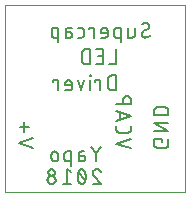
<source format=gbo>
G75*
%MOIN*%
%OFA0B0*%
%FSLAX25Y25*%
%IPPOS*%
%LPD*%
%AMOC8*
5,1,8,0,0,1.08239X$1,22.5*
%
%ADD10C,0.00000*%
%ADD11C,0.00700*%
D10*
X0001564Y0001300D02*
X0001564Y0063800D01*
X0061564Y0063800D01*
X0061564Y0001300D01*
X0001564Y0001300D01*
D11*
X0006314Y0017691D02*
X0011214Y0016057D01*
X0011214Y0019324D02*
X0006314Y0017691D01*
X0008220Y0021433D02*
X0008220Y0024700D01*
X0009853Y0023067D02*
X0006586Y0023067D01*
X0017216Y0013828D02*
X0017216Y0012739D01*
X0017218Y0012674D01*
X0017224Y0012610D01*
X0017233Y0012546D01*
X0017246Y0012483D01*
X0017263Y0012421D01*
X0017284Y0012360D01*
X0017308Y0012300D01*
X0017336Y0012242D01*
X0017367Y0012185D01*
X0017402Y0012131D01*
X0017439Y0012078D01*
X0017480Y0012028D01*
X0017524Y0011980D01*
X0017570Y0011935D01*
X0017619Y0011893D01*
X0017670Y0011854D01*
X0017724Y0011818D01*
X0017779Y0011785D01*
X0017837Y0011756D01*
X0017896Y0011730D01*
X0017956Y0011707D01*
X0018018Y0011689D01*
X0018081Y0011673D01*
X0018144Y0011662D01*
X0018208Y0011654D01*
X0018273Y0011650D01*
X0018337Y0011650D01*
X0018402Y0011654D01*
X0018466Y0011662D01*
X0018529Y0011673D01*
X0018592Y0011689D01*
X0018654Y0011707D01*
X0018714Y0011730D01*
X0018773Y0011756D01*
X0018831Y0011785D01*
X0018886Y0011818D01*
X0018940Y0011854D01*
X0018991Y0011893D01*
X0019040Y0011935D01*
X0019086Y0011980D01*
X0019130Y0012028D01*
X0019171Y0012078D01*
X0019208Y0012131D01*
X0019243Y0012185D01*
X0019274Y0012242D01*
X0019302Y0012300D01*
X0019326Y0012360D01*
X0019347Y0012421D01*
X0019364Y0012483D01*
X0019377Y0012546D01*
X0019386Y0012610D01*
X0019392Y0012674D01*
X0019394Y0012739D01*
X0019394Y0013828D01*
X0019392Y0013893D01*
X0019386Y0013957D01*
X0019377Y0014021D01*
X0019364Y0014084D01*
X0019347Y0014146D01*
X0019326Y0014207D01*
X0019302Y0014267D01*
X0019274Y0014325D01*
X0019243Y0014382D01*
X0019208Y0014436D01*
X0019171Y0014489D01*
X0019130Y0014539D01*
X0019086Y0014587D01*
X0019040Y0014632D01*
X0018991Y0014674D01*
X0018940Y0014713D01*
X0018886Y0014749D01*
X0018831Y0014782D01*
X0018773Y0014811D01*
X0018714Y0014837D01*
X0018654Y0014860D01*
X0018592Y0014878D01*
X0018529Y0014894D01*
X0018466Y0014905D01*
X0018402Y0014913D01*
X0018337Y0014917D01*
X0018273Y0014917D01*
X0018208Y0014913D01*
X0018144Y0014905D01*
X0018081Y0014894D01*
X0018018Y0014878D01*
X0017956Y0014860D01*
X0017896Y0014837D01*
X0017837Y0014811D01*
X0017779Y0014782D01*
X0017724Y0014749D01*
X0017670Y0014713D01*
X0017619Y0014674D01*
X0017570Y0014632D01*
X0017524Y0014587D01*
X0017480Y0014539D01*
X0017439Y0014489D01*
X0017402Y0014436D01*
X0017367Y0014382D01*
X0017336Y0014325D01*
X0017308Y0014267D01*
X0017284Y0014207D01*
X0017263Y0014146D01*
X0017246Y0014084D01*
X0017233Y0014021D01*
X0017224Y0013957D01*
X0017218Y0013893D01*
X0017216Y0013828D01*
X0021551Y0014100D02*
X0021551Y0012467D01*
X0021550Y0012467D02*
X0021552Y0012411D01*
X0021558Y0012356D01*
X0021567Y0012301D01*
X0021580Y0012247D01*
X0021597Y0012193D01*
X0021618Y0012142D01*
X0021642Y0012091D01*
X0021669Y0012042D01*
X0021700Y0011996D01*
X0021733Y0011951D01*
X0021770Y0011909D01*
X0021809Y0011870D01*
X0021851Y0011833D01*
X0021896Y0011800D01*
X0021942Y0011769D01*
X0021991Y0011742D01*
X0022042Y0011718D01*
X0022093Y0011697D01*
X0022147Y0011680D01*
X0022201Y0011667D01*
X0022256Y0011658D01*
X0022311Y0011652D01*
X0022367Y0011650D01*
X0023728Y0011650D01*
X0023728Y0010017D02*
X0023728Y0014917D01*
X0022367Y0014917D01*
X0022311Y0014915D01*
X0022256Y0014909D01*
X0022201Y0014900D01*
X0022147Y0014887D01*
X0022093Y0014870D01*
X0022042Y0014849D01*
X0021991Y0014825D01*
X0021942Y0014798D01*
X0021896Y0014767D01*
X0021851Y0014734D01*
X0021809Y0014697D01*
X0021770Y0014658D01*
X0021733Y0014616D01*
X0021700Y0014571D01*
X0021669Y0014525D01*
X0021642Y0014476D01*
X0021618Y0014425D01*
X0021597Y0014374D01*
X0021580Y0014320D01*
X0021567Y0014266D01*
X0021558Y0014211D01*
X0021552Y0014156D01*
X0021550Y0014100D01*
X0026321Y0014100D02*
X0026321Y0011650D01*
X0027546Y0011650D01*
X0027606Y0011652D01*
X0027665Y0011658D01*
X0027725Y0011667D01*
X0027783Y0011680D01*
X0027840Y0011697D01*
X0027897Y0011717D01*
X0027952Y0011741D01*
X0028005Y0011768D01*
X0028057Y0011798D01*
X0028106Y0011832D01*
X0028153Y0011869D01*
X0028198Y0011908D01*
X0028241Y0011951D01*
X0028280Y0011996D01*
X0028317Y0012043D01*
X0028351Y0012092D01*
X0028381Y0012144D01*
X0028408Y0012197D01*
X0028432Y0012252D01*
X0028452Y0012309D01*
X0028469Y0012366D01*
X0028482Y0012424D01*
X0028491Y0012484D01*
X0028497Y0012543D01*
X0028499Y0012603D01*
X0028497Y0012663D01*
X0028491Y0012722D01*
X0028482Y0012782D01*
X0028469Y0012840D01*
X0028452Y0012897D01*
X0028432Y0012954D01*
X0028408Y0013009D01*
X0028381Y0013062D01*
X0028351Y0013114D01*
X0028317Y0013163D01*
X0028280Y0013210D01*
X0028241Y0013255D01*
X0028198Y0013298D01*
X0028153Y0013337D01*
X0028106Y0013374D01*
X0028057Y0013408D01*
X0028005Y0013438D01*
X0027952Y0013465D01*
X0027897Y0013489D01*
X0027840Y0013509D01*
X0027783Y0013526D01*
X0027725Y0013539D01*
X0027665Y0013548D01*
X0027606Y0013554D01*
X0027546Y0013556D01*
X0026321Y0013556D01*
X0026321Y0014100D02*
X0026323Y0014156D01*
X0026329Y0014211D01*
X0026338Y0014266D01*
X0026351Y0014320D01*
X0026368Y0014374D01*
X0026389Y0014425D01*
X0026413Y0014476D01*
X0026440Y0014525D01*
X0026471Y0014571D01*
X0026504Y0014616D01*
X0026541Y0014658D01*
X0026580Y0014697D01*
X0026622Y0014734D01*
X0026667Y0014767D01*
X0026713Y0014798D01*
X0026762Y0014825D01*
X0026813Y0014849D01*
X0026864Y0014870D01*
X0026918Y0014887D01*
X0026972Y0014900D01*
X0027027Y0014909D01*
X0027082Y0014915D01*
X0027138Y0014917D01*
X0028227Y0014917D01*
X0030447Y0016550D02*
X0032081Y0014236D01*
X0032081Y0011650D01*
X0032081Y0014236D02*
X0033714Y0016550D01*
X0038814Y0017545D02*
X0043714Y0019179D01*
X0042625Y0021205D02*
X0039903Y0021205D01*
X0039840Y0021207D01*
X0039777Y0021212D01*
X0039714Y0021222D01*
X0039652Y0021234D01*
X0039591Y0021251D01*
X0039531Y0021271D01*
X0039472Y0021294D01*
X0039414Y0021321D01*
X0039359Y0021351D01*
X0039305Y0021384D01*
X0039253Y0021420D01*
X0039203Y0021460D01*
X0039156Y0021502D01*
X0039111Y0021547D01*
X0039069Y0021594D01*
X0039029Y0021644D01*
X0038993Y0021696D01*
X0038960Y0021750D01*
X0038930Y0021805D01*
X0038903Y0021863D01*
X0038880Y0021922D01*
X0038860Y0021982D01*
X0038843Y0022043D01*
X0038831Y0022105D01*
X0038821Y0022168D01*
X0038816Y0022231D01*
X0038814Y0022294D01*
X0038814Y0023383D01*
X0038814Y0025152D02*
X0043714Y0026785D01*
X0038814Y0028419D01*
X0040039Y0028010D02*
X0040039Y0025560D01*
X0043714Y0022294D02*
X0043712Y0022228D01*
X0043706Y0022163D01*
X0043696Y0022098D01*
X0043682Y0022033D01*
X0043665Y0021970D01*
X0043643Y0021908D01*
X0043618Y0021847D01*
X0043589Y0021788D01*
X0043557Y0021731D01*
X0043521Y0021675D01*
X0043482Y0021622D01*
X0043440Y0021572D01*
X0043395Y0021524D01*
X0043347Y0021479D01*
X0043297Y0021437D01*
X0043244Y0021398D01*
X0043188Y0021362D01*
X0043131Y0021330D01*
X0043072Y0021301D01*
X0043011Y0021276D01*
X0042949Y0021254D01*
X0042886Y0021237D01*
X0042821Y0021223D01*
X0042756Y0021213D01*
X0042691Y0021207D01*
X0042625Y0021205D01*
X0043714Y0022294D02*
X0043714Y0023383D01*
X0043714Y0015912D02*
X0038814Y0017545D01*
X0030991Y0007825D02*
X0030993Y0007754D01*
X0030999Y0007683D01*
X0031008Y0007613D01*
X0031022Y0007543D01*
X0031039Y0007474D01*
X0031059Y0007406D01*
X0031084Y0007339D01*
X0031112Y0007274D01*
X0031143Y0007210D01*
X0031178Y0007149D01*
X0031216Y0007089D01*
X0031258Y0007031D01*
X0031302Y0006975D01*
X0031349Y0006922D01*
X0031399Y0006872D01*
X0031400Y0006872D02*
X0033714Y0004150D01*
X0030992Y0004150D01*
X0026360Y0004831D02*
X0026309Y0004941D01*
X0026260Y0005053D01*
X0026215Y0005167D01*
X0026173Y0005281D01*
X0026135Y0005397D01*
X0026101Y0005515D01*
X0026070Y0005633D01*
X0026042Y0005752D01*
X0026018Y0005871D01*
X0025998Y0005992D01*
X0025982Y0006113D01*
X0025969Y0006234D01*
X0025959Y0006356D01*
X0025954Y0006478D01*
X0025952Y0006600D01*
X0028674Y0006600D02*
X0028672Y0006722D01*
X0028667Y0006844D01*
X0028657Y0006966D01*
X0028644Y0007087D01*
X0028628Y0007208D01*
X0028608Y0007329D01*
X0028584Y0007448D01*
X0028556Y0007567D01*
X0028525Y0007685D01*
X0028491Y0007803D01*
X0028453Y0007919D01*
X0028411Y0008033D01*
X0028366Y0008147D01*
X0028318Y0008259D01*
X0028266Y0008369D01*
X0027313Y0009050D02*
X0027251Y0009048D01*
X0027188Y0009042D01*
X0027127Y0009033D01*
X0027066Y0009019D01*
X0027006Y0009002D01*
X0026947Y0008981D01*
X0026889Y0008957D01*
X0026834Y0008929D01*
X0026780Y0008897D01*
X0026728Y0008862D01*
X0026678Y0008825D01*
X0026631Y0008784D01*
X0026586Y0008740D01*
X0026544Y0008694D01*
X0026506Y0008645D01*
X0026470Y0008593D01*
X0026437Y0008540D01*
X0026408Y0008485D01*
X0026383Y0008428D01*
X0026360Y0008370D01*
X0026224Y0007961D02*
X0028402Y0005239D01*
X0027313Y0004150D02*
X0027251Y0004152D01*
X0027188Y0004158D01*
X0027127Y0004167D01*
X0027066Y0004181D01*
X0027006Y0004198D01*
X0026947Y0004219D01*
X0026889Y0004243D01*
X0026834Y0004271D01*
X0026780Y0004303D01*
X0026728Y0004338D01*
X0026678Y0004375D01*
X0026631Y0004416D01*
X0026586Y0004460D01*
X0026544Y0004506D01*
X0026506Y0004555D01*
X0026470Y0004606D01*
X0026437Y0004660D01*
X0026408Y0004715D01*
X0026383Y0004772D01*
X0026360Y0004830D01*
X0027313Y0004150D02*
X0027375Y0004152D01*
X0027438Y0004158D01*
X0027499Y0004167D01*
X0027560Y0004181D01*
X0027620Y0004198D01*
X0027679Y0004219D01*
X0027737Y0004243D01*
X0027792Y0004271D01*
X0027846Y0004303D01*
X0027898Y0004338D01*
X0027948Y0004375D01*
X0027995Y0004416D01*
X0028040Y0004460D01*
X0028082Y0004506D01*
X0028120Y0004555D01*
X0028156Y0004606D01*
X0028189Y0004660D01*
X0028218Y0004715D01*
X0028243Y0004772D01*
X0028266Y0004830D01*
X0025952Y0006600D02*
X0025954Y0006722D01*
X0025959Y0006844D01*
X0025969Y0006966D01*
X0025982Y0007087D01*
X0025998Y0007208D01*
X0026018Y0007329D01*
X0026042Y0007448D01*
X0026070Y0007567D01*
X0026101Y0007685D01*
X0026135Y0007803D01*
X0026173Y0007919D01*
X0026215Y0008033D01*
X0026260Y0008147D01*
X0026309Y0008259D01*
X0026360Y0008369D01*
X0027313Y0009050D02*
X0027375Y0009048D01*
X0027438Y0009042D01*
X0027499Y0009033D01*
X0027560Y0009019D01*
X0027620Y0009002D01*
X0027679Y0008981D01*
X0027737Y0008957D01*
X0027792Y0008929D01*
X0027846Y0008897D01*
X0027898Y0008862D01*
X0027948Y0008825D01*
X0027995Y0008784D01*
X0028040Y0008740D01*
X0028082Y0008694D01*
X0028120Y0008645D01*
X0028156Y0008594D01*
X0028189Y0008540D01*
X0028218Y0008485D01*
X0028243Y0008428D01*
X0028266Y0008370D01*
X0028674Y0006600D02*
X0028672Y0006478D01*
X0028667Y0006356D01*
X0028657Y0006234D01*
X0028644Y0006113D01*
X0028628Y0005992D01*
X0028608Y0005871D01*
X0028584Y0005752D01*
X0028556Y0005633D01*
X0028525Y0005515D01*
X0028491Y0005397D01*
X0028453Y0005281D01*
X0028411Y0005167D01*
X0028366Y0005053D01*
X0028318Y0004941D01*
X0028266Y0004831D01*
X0023634Y0004150D02*
X0020912Y0004150D01*
X0022273Y0004150D02*
X0022273Y0009050D01*
X0023634Y0007961D01*
X0018322Y0007961D02*
X0018320Y0007896D01*
X0018314Y0007832D01*
X0018305Y0007768D01*
X0018292Y0007705D01*
X0018275Y0007643D01*
X0018254Y0007582D01*
X0018230Y0007522D01*
X0018202Y0007464D01*
X0018171Y0007407D01*
X0018136Y0007353D01*
X0018099Y0007300D01*
X0018058Y0007250D01*
X0018014Y0007202D01*
X0017968Y0007157D01*
X0017919Y0007115D01*
X0017868Y0007076D01*
X0017814Y0007040D01*
X0017759Y0007007D01*
X0017701Y0006978D01*
X0017642Y0006952D01*
X0017582Y0006929D01*
X0017520Y0006911D01*
X0017457Y0006895D01*
X0017394Y0006884D01*
X0017330Y0006876D01*
X0017265Y0006872D01*
X0017201Y0006872D01*
X0017136Y0006876D01*
X0017072Y0006884D01*
X0017009Y0006895D01*
X0016946Y0006911D01*
X0016884Y0006929D01*
X0016824Y0006952D01*
X0016765Y0006978D01*
X0016707Y0007007D01*
X0016652Y0007040D01*
X0016598Y0007076D01*
X0016547Y0007115D01*
X0016498Y0007157D01*
X0016452Y0007202D01*
X0016408Y0007250D01*
X0016367Y0007300D01*
X0016330Y0007353D01*
X0016295Y0007407D01*
X0016264Y0007464D01*
X0016236Y0007522D01*
X0016212Y0007582D01*
X0016191Y0007643D01*
X0016174Y0007705D01*
X0016161Y0007768D01*
X0016152Y0007832D01*
X0016146Y0007896D01*
X0016144Y0007961D01*
X0016146Y0008026D01*
X0016152Y0008090D01*
X0016161Y0008154D01*
X0016174Y0008217D01*
X0016191Y0008279D01*
X0016212Y0008340D01*
X0016236Y0008400D01*
X0016264Y0008458D01*
X0016295Y0008515D01*
X0016330Y0008569D01*
X0016367Y0008622D01*
X0016408Y0008672D01*
X0016452Y0008720D01*
X0016498Y0008765D01*
X0016547Y0008807D01*
X0016598Y0008846D01*
X0016652Y0008882D01*
X0016707Y0008915D01*
X0016765Y0008944D01*
X0016824Y0008970D01*
X0016884Y0008993D01*
X0016946Y0009011D01*
X0017009Y0009027D01*
X0017072Y0009038D01*
X0017136Y0009046D01*
X0017201Y0009050D01*
X0017265Y0009050D01*
X0017330Y0009046D01*
X0017394Y0009038D01*
X0017457Y0009027D01*
X0017520Y0009011D01*
X0017582Y0008993D01*
X0017642Y0008970D01*
X0017701Y0008944D01*
X0017759Y0008915D01*
X0017814Y0008882D01*
X0017868Y0008846D01*
X0017919Y0008807D01*
X0017968Y0008765D01*
X0018014Y0008720D01*
X0018058Y0008672D01*
X0018099Y0008622D01*
X0018136Y0008569D01*
X0018171Y0008515D01*
X0018202Y0008458D01*
X0018230Y0008400D01*
X0018254Y0008340D01*
X0018275Y0008279D01*
X0018292Y0008217D01*
X0018305Y0008154D01*
X0018314Y0008090D01*
X0018320Y0008026D01*
X0018322Y0007961D01*
X0018594Y0005511D02*
X0018592Y0005439D01*
X0018586Y0005366D01*
X0018577Y0005295D01*
X0018563Y0005223D01*
X0018546Y0005153D01*
X0018525Y0005084D01*
X0018501Y0005015D01*
X0018472Y0004949D01*
X0018441Y0004883D01*
X0018406Y0004820D01*
X0018367Y0004759D01*
X0018325Y0004699D01*
X0018281Y0004642D01*
X0018233Y0004588D01*
X0018182Y0004536D01*
X0018129Y0004487D01*
X0018073Y0004441D01*
X0018015Y0004397D01*
X0017955Y0004357D01*
X0017892Y0004320D01*
X0017828Y0004287D01*
X0017762Y0004257D01*
X0017695Y0004231D01*
X0017626Y0004208D01*
X0017556Y0004189D01*
X0017485Y0004174D01*
X0017414Y0004162D01*
X0017342Y0004154D01*
X0017269Y0004150D01*
X0017197Y0004150D01*
X0017124Y0004154D01*
X0017052Y0004162D01*
X0016981Y0004174D01*
X0016910Y0004189D01*
X0016840Y0004208D01*
X0016771Y0004231D01*
X0016704Y0004257D01*
X0016638Y0004287D01*
X0016574Y0004320D01*
X0016511Y0004357D01*
X0016451Y0004397D01*
X0016393Y0004441D01*
X0016337Y0004487D01*
X0016284Y0004536D01*
X0016233Y0004588D01*
X0016185Y0004642D01*
X0016141Y0004699D01*
X0016099Y0004759D01*
X0016060Y0004820D01*
X0016025Y0004883D01*
X0015994Y0004949D01*
X0015965Y0005015D01*
X0015941Y0005084D01*
X0015920Y0005153D01*
X0015903Y0005223D01*
X0015889Y0005295D01*
X0015880Y0005366D01*
X0015874Y0005439D01*
X0015872Y0005511D01*
X0015874Y0005583D01*
X0015880Y0005656D01*
X0015889Y0005727D01*
X0015903Y0005799D01*
X0015920Y0005869D01*
X0015941Y0005938D01*
X0015965Y0006007D01*
X0015994Y0006073D01*
X0016025Y0006139D01*
X0016060Y0006202D01*
X0016099Y0006263D01*
X0016141Y0006323D01*
X0016185Y0006380D01*
X0016233Y0006434D01*
X0016284Y0006486D01*
X0016337Y0006535D01*
X0016393Y0006581D01*
X0016451Y0006625D01*
X0016511Y0006665D01*
X0016574Y0006702D01*
X0016638Y0006735D01*
X0016704Y0006765D01*
X0016771Y0006791D01*
X0016840Y0006814D01*
X0016910Y0006833D01*
X0016981Y0006848D01*
X0017052Y0006860D01*
X0017124Y0006868D01*
X0017197Y0006872D01*
X0017269Y0006872D01*
X0017342Y0006868D01*
X0017414Y0006860D01*
X0017485Y0006848D01*
X0017556Y0006833D01*
X0017626Y0006814D01*
X0017695Y0006791D01*
X0017762Y0006765D01*
X0017828Y0006735D01*
X0017892Y0006702D01*
X0017955Y0006665D01*
X0018015Y0006625D01*
X0018073Y0006581D01*
X0018129Y0006535D01*
X0018182Y0006486D01*
X0018233Y0006434D01*
X0018281Y0006380D01*
X0018325Y0006323D01*
X0018367Y0006263D01*
X0018406Y0006202D01*
X0018441Y0006139D01*
X0018472Y0006073D01*
X0018501Y0006007D01*
X0018525Y0005938D01*
X0018546Y0005869D01*
X0018563Y0005799D01*
X0018577Y0005727D01*
X0018586Y0005656D01*
X0018592Y0005583D01*
X0018594Y0005511D01*
X0032217Y0009050D02*
X0032293Y0009048D01*
X0032369Y0009043D01*
X0032445Y0009033D01*
X0032520Y0009021D01*
X0032594Y0009004D01*
X0032667Y0008984D01*
X0032740Y0008961D01*
X0032811Y0008934D01*
X0032881Y0008903D01*
X0032949Y0008869D01*
X0033016Y0008832D01*
X0033080Y0008792D01*
X0033143Y0008749D01*
X0033203Y0008703D01*
X0033261Y0008654D01*
X0033317Y0008602D01*
X0033370Y0008547D01*
X0033421Y0008490D01*
X0033468Y0008431D01*
X0033513Y0008369D01*
X0033555Y0008305D01*
X0033593Y0008240D01*
X0033629Y0008172D01*
X0033661Y0008103D01*
X0033689Y0008033D01*
X0033714Y0007961D01*
X0032217Y0009050D02*
X0032148Y0009048D01*
X0032080Y0009042D01*
X0032012Y0009033D01*
X0031944Y0009019D01*
X0031878Y0009002D01*
X0031812Y0008981D01*
X0031748Y0008957D01*
X0031685Y0008929D01*
X0031624Y0008897D01*
X0031565Y0008862D01*
X0031508Y0008824D01*
X0031453Y0008783D01*
X0031401Y0008738D01*
X0031351Y0008691D01*
X0031304Y0008641D01*
X0031259Y0008589D01*
X0031218Y0008534D01*
X0031180Y0008477D01*
X0031145Y0008418D01*
X0031113Y0008357D01*
X0031085Y0008294D01*
X0031061Y0008230D01*
X0031040Y0008164D01*
X0031023Y0008098D01*
X0031009Y0008030D01*
X0031000Y0007962D01*
X0030994Y0007894D01*
X0030992Y0007825D01*
X0051314Y0017315D02*
X0051314Y0018948D01*
X0054036Y0018948D01*
X0054036Y0018131D01*
X0055125Y0016226D02*
X0055191Y0016228D01*
X0055256Y0016234D01*
X0055321Y0016244D01*
X0055386Y0016258D01*
X0055449Y0016275D01*
X0055511Y0016297D01*
X0055572Y0016322D01*
X0055631Y0016351D01*
X0055688Y0016383D01*
X0055744Y0016419D01*
X0055797Y0016458D01*
X0055847Y0016500D01*
X0055895Y0016545D01*
X0055940Y0016593D01*
X0055982Y0016643D01*
X0056021Y0016696D01*
X0056057Y0016752D01*
X0056089Y0016809D01*
X0056118Y0016868D01*
X0056143Y0016929D01*
X0056165Y0016991D01*
X0056182Y0017054D01*
X0056196Y0017119D01*
X0056206Y0017184D01*
X0056212Y0017249D01*
X0056214Y0017315D01*
X0056214Y0018948D01*
X0056214Y0021602D02*
X0051314Y0024324D01*
X0056214Y0024324D01*
X0056214Y0021602D02*
X0051314Y0021602D01*
X0051314Y0017315D02*
X0051316Y0017252D01*
X0051321Y0017189D01*
X0051331Y0017126D01*
X0051343Y0017064D01*
X0051360Y0017003D01*
X0051380Y0016943D01*
X0051403Y0016884D01*
X0051430Y0016826D01*
X0051460Y0016771D01*
X0051493Y0016717D01*
X0051529Y0016665D01*
X0051569Y0016615D01*
X0051611Y0016568D01*
X0051656Y0016523D01*
X0051703Y0016481D01*
X0051753Y0016441D01*
X0051805Y0016405D01*
X0051859Y0016372D01*
X0051914Y0016342D01*
X0051972Y0016315D01*
X0052031Y0016292D01*
X0052091Y0016272D01*
X0052152Y0016255D01*
X0052214Y0016243D01*
X0052277Y0016233D01*
X0052340Y0016228D01*
X0052403Y0016226D01*
X0055125Y0016226D01*
X0056214Y0026978D02*
X0051314Y0026978D01*
X0051314Y0028339D01*
X0051316Y0028413D01*
X0051322Y0028486D01*
X0051332Y0028559D01*
X0051346Y0028632D01*
X0051364Y0028703D01*
X0051385Y0028774D01*
X0051411Y0028843D01*
X0051440Y0028910D01*
X0051473Y0028977D01*
X0051509Y0029041D01*
X0051549Y0029103D01*
X0051592Y0029163D01*
X0051638Y0029220D01*
X0051687Y0029275D01*
X0051739Y0029327D01*
X0051794Y0029376D01*
X0051851Y0029422D01*
X0051911Y0029465D01*
X0051973Y0029505D01*
X0052037Y0029541D01*
X0052104Y0029574D01*
X0052171Y0029603D01*
X0052240Y0029629D01*
X0052311Y0029650D01*
X0052382Y0029668D01*
X0052455Y0029682D01*
X0052528Y0029692D01*
X0052601Y0029698D01*
X0052675Y0029700D01*
X0054853Y0029700D01*
X0054924Y0029698D01*
X0054995Y0029693D01*
X0055066Y0029683D01*
X0055136Y0029670D01*
X0055205Y0029654D01*
X0055274Y0029633D01*
X0055341Y0029610D01*
X0055407Y0029582D01*
X0055471Y0029552D01*
X0055533Y0029518D01*
X0055594Y0029480D01*
X0055653Y0029440D01*
X0055709Y0029397D01*
X0055764Y0029350D01*
X0055815Y0029301D01*
X0055864Y0029250D01*
X0055911Y0029196D01*
X0055954Y0029139D01*
X0055994Y0029080D01*
X0056032Y0029020D01*
X0056066Y0028957D01*
X0056096Y0028893D01*
X0056124Y0028827D01*
X0056147Y0028760D01*
X0056168Y0028691D01*
X0056184Y0028622D01*
X0056197Y0028552D01*
X0056207Y0028481D01*
X0056212Y0028410D01*
X0056214Y0028339D01*
X0056214Y0026978D01*
X0043714Y0030728D02*
X0043714Y0032089D01*
X0043712Y0032161D01*
X0043706Y0032234D01*
X0043697Y0032305D01*
X0043683Y0032377D01*
X0043666Y0032447D01*
X0043645Y0032516D01*
X0043621Y0032585D01*
X0043592Y0032651D01*
X0043561Y0032717D01*
X0043526Y0032780D01*
X0043487Y0032841D01*
X0043445Y0032901D01*
X0043401Y0032958D01*
X0043353Y0033012D01*
X0043302Y0033064D01*
X0043249Y0033113D01*
X0043193Y0033159D01*
X0043135Y0033203D01*
X0043075Y0033243D01*
X0043012Y0033280D01*
X0042948Y0033313D01*
X0042882Y0033343D01*
X0042815Y0033369D01*
X0042746Y0033392D01*
X0042676Y0033411D01*
X0042605Y0033426D01*
X0042534Y0033438D01*
X0042462Y0033446D01*
X0042389Y0033450D01*
X0042317Y0033450D01*
X0042244Y0033446D01*
X0042172Y0033438D01*
X0042101Y0033426D01*
X0042030Y0033411D01*
X0041960Y0033392D01*
X0041891Y0033369D01*
X0041824Y0033343D01*
X0041758Y0033313D01*
X0041694Y0033280D01*
X0041631Y0033243D01*
X0041571Y0033203D01*
X0041513Y0033159D01*
X0041457Y0033113D01*
X0041404Y0033064D01*
X0041353Y0033012D01*
X0041305Y0032958D01*
X0041261Y0032901D01*
X0041219Y0032841D01*
X0041180Y0032780D01*
X0041145Y0032717D01*
X0041114Y0032651D01*
X0041085Y0032585D01*
X0041061Y0032516D01*
X0041040Y0032447D01*
X0041023Y0032377D01*
X0041009Y0032305D01*
X0041000Y0032234D01*
X0040994Y0032161D01*
X0040992Y0032089D01*
X0040992Y0030728D01*
X0038814Y0030728D02*
X0043714Y0030728D01*
X0038714Y0035400D02*
X0037353Y0035400D01*
X0038714Y0035400D02*
X0038714Y0040300D01*
X0037353Y0040300D01*
X0037282Y0040298D01*
X0037211Y0040293D01*
X0037140Y0040283D01*
X0037070Y0040270D01*
X0037001Y0040254D01*
X0036932Y0040233D01*
X0036865Y0040210D01*
X0036799Y0040182D01*
X0036735Y0040152D01*
X0036673Y0040118D01*
X0036612Y0040080D01*
X0036553Y0040040D01*
X0036496Y0039997D01*
X0036442Y0039950D01*
X0036391Y0039901D01*
X0036342Y0039850D01*
X0036295Y0039796D01*
X0036252Y0039739D01*
X0036212Y0039680D01*
X0036174Y0039620D01*
X0036140Y0039557D01*
X0036110Y0039493D01*
X0036082Y0039427D01*
X0036059Y0039360D01*
X0036038Y0039291D01*
X0036022Y0039222D01*
X0036009Y0039152D01*
X0035999Y0039081D01*
X0035994Y0039010D01*
X0035992Y0038939D01*
X0035992Y0036761D01*
X0035994Y0036690D01*
X0035999Y0036619D01*
X0036009Y0036548D01*
X0036022Y0036478D01*
X0036038Y0036409D01*
X0036059Y0036340D01*
X0036082Y0036273D01*
X0036110Y0036207D01*
X0036140Y0036143D01*
X0036174Y0036081D01*
X0036212Y0036020D01*
X0036252Y0035961D01*
X0036295Y0035904D01*
X0036342Y0035850D01*
X0036391Y0035799D01*
X0036442Y0035750D01*
X0036496Y0035703D01*
X0036553Y0035660D01*
X0036612Y0035620D01*
X0036673Y0035582D01*
X0036735Y0035548D01*
X0036799Y0035518D01*
X0036865Y0035490D01*
X0036932Y0035467D01*
X0037001Y0035446D01*
X0037070Y0035430D01*
X0037140Y0035417D01*
X0037211Y0035407D01*
X0037282Y0035402D01*
X0037353Y0035400D01*
X0033364Y0035400D02*
X0033364Y0038667D01*
X0031731Y0038667D01*
X0031731Y0038122D01*
X0030265Y0040028D02*
X0029993Y0040028D01*
X0029993Y0040300D01*
X0030265Y0040300D01*
X0030265Y0040028D01*
X0030129Y0038667D02*
X0030129Y0035400D01*
X0027105Y0035400D02*
X0028194Y0038667D01*
X0026016Y0038667D02*
X0027105Y0035400D01*
X0023994Y0036217D02*
X0023994Y0037578D01*
X0023994Y0037033D02*
X0021816Y0037033D01*
X0021816Y0037578D01*
X0021818Y0037643D01*
X0021824Y0037707D01*
X0021833Y0037771D01*
X0021846Y0037834D01*
X0021863Y0037896D01*
X0021884Y0037957D01*
X0021908Y0038017D01*
X0021936Y0038075D01*
X0021967Y0038132D01*
X0022002Y0038186D01*
X0022039Y0038239D01*
X0022080Y0038289D01*
X0022124Y0038337D01*
X0022170Y0038382D01*
X0022219Y0038424D01*
X0022270Y0038463D01*
X0022324Y0038499D01*
X0022379Y0038532D01*
X0022437Y0038561D01*
X0022496Y0038587D01*
X0022556Y0038610D01*
X0022618Y0038628D01*
X0022681Y0038644D01*
X0022744Y0038655D01*
X0022808Y0038663D01*
X0022873Y0038667D01*
X0022937Y0038667D01*
X0023002Y0038663D01*
X0023066Y0038655D01*
X0023129Y0038644D01*
X0023192Y0038628D01*
X0023254Y0038610D01*
X0023314Y0038587D01*
X0023373Y0038561D01*
X0023431Y0038532D01*
X0023486Y0038499D01*
X0023540Y0038463D01*
X0023591Y0038424D01*
X0023640Y0038382D01*
X0023686Y0038337D01*
X0023730Y0038289D01*
X0023771Y0038239D01*
X0023808Y0038186D01*
X0023843Y0038132D01*
X0023874Y0038075D01*
X0023902Y0038017D01*
X0023926Y0037957D01*
X0023947Y0037896D01*
X0023964Y0037834D01*
X0023977Y0037771D01*
X0023986Y0037707D01*
X0023992Y0037643D01*
X0023994Y0037578D01*
X0023994Y0036217D02*
X0023992Y0036161D01*
X0023986Y0036106D01*
X0023977Y0036051D01*
X0023964Y0035997D01*
X0023947Y0035943D01*
X0023926Y0035892D01*
X0023902Y0035841D01*
X0023875Y0035792D01*
X0023844Y0035746D01*
X0023811Y0035701D01*
X0023774Y0035659D01*
X0023735Y0035620D01*
X0023693Y0035583D01*
X0023648Y0035550D01*
X0023602Y0035519D01*
X0023553Y0035492D01*
X0023502Y0035468D01*
X0023451Y0035447D01*
X0023397Y0035430D01*
X0023343Y0035417D01*
X0023288Y0035408D01*
X0023233Y0035402D01*
X0023177Y0035400D01*
X0021816Y0035400D01*
X0019420Y0035400D02*
X0019420Y0038667D01*
X0017787Y0038667D01*
X0017787Y0038122D01*
X0027269Y0045511D02*
X0027269Y0047689D01*
X0027271Y0047760D01*
X0027276Y0047831D01*
X0027286Y0047902D01*
X0027299Y0047972D01*
X0027315Y0048041D01*
X0027336Y0048110D01*
X0027359Y0048177D01*
X0027387Y0048243D01*
X0027417Y0048307D01*
X0027451Y0048370D01*
X0027489Y0048430D01*
X0027529Y0048489D01*
X0027572Y0048546D01*
X0027619Y0048600D01*
X0027668Y0048651D01*
X0027719Y0048700D01*
X0027773Y0048747D01*
X0027830Y0048790D01*
X0027889Y0048830D01*
X0027950Y0048868D01*
X0028012Y0048902D01*
X0028076Y0048932D01*
X0028142Y0048960D01*
X0028209Y0048983D01*
X0028278Y0049004D01*
X0028347Y0049020D01*
X0028417Y0049033D01*
X0028488Y0049043D01*
X0028559Y0049048D01*
X0028630Y0049050D01*
X0029991Y0049050D01*
X0029991Y0044150D01*
X0028630Y0044150D01*
X0028559Y0044152D01*
X0028488Y0044157D01*
X0028417Y0044167D01*
X0028347Y0044180D01*
X0028278Y0044196D01*
X0028209Y0044217D01*
X0028142Y0044240D01*
X0028076Y0044268D01*
X0028012Y0044298D01*
X0027950Y0044332D01*
X0027889Y0044370D01*
X0027830Y0044410D01*
X0027773Y0044453D01*
X0027719Y0044500D01*
X0027668Y0044549D01*
X0027619Y0044600D01*
X0027572Y0044654D01*
X0027529Y0044711D01*
X0027489Y0044770D01*
X0027451Y0044831D01*
X0027417Y0044893D01*
X0027387Y0044957D01*
X0027359Y0045023D01*
X0027336Y0045090D01*
X0027315Y0045159D01*
X0027299Y0045228D01*
X0027286Y0045298D01*
X0027276Y0045369D01*
X0027271Y0045440D01*
X0027269Y0045511D01*
X0032168Y0044150D02*
X0034346Y0044150D01*
X0034346Y0049050D01*
X0032168Y0049050D01*
X0032713Y0046872D02*
X0034346Y0046872D01*
X0036536Y0044150D02*
X0038714Y0044150D01*
X0038714Y0049050D01*
X0040250Y0051267D02*
X0040250Y0056167D01*
X0038889Y0056167D01*
X0038833Y0056165D01*
X0038778Y0056159D01*
X0038723Y0056150D01*
X0038669Y0056137D01*
X0038615Y0056120D01*
X0038564Y0056099D01*
X0038513Y0056075D01*
X0038464Y0056048D01*
X0038418Y0056017D01*
X0038373Y0055984D01*
X0038331Y0055947D01*
X0038292Y0055908D01*
X0038255Y0055866D01*
X0038222Y0055821D01*
X0038191Y0055775D01*
X0038164Y0055726D01*
X0038140Y0055675D01*
X0038119Y0055624D01*
X0038102Y0055570D01*
X0038089Y0055516D01*
X0038080Y0055461D01*
X0038074Y0055406D01*
X0038072Y0055350D01*
X0038073Y0055350D02*
X0038073Y0053717D01*
X0038072Y0053717D02*
X0038074Y0053661D01*
X0038080Y0053606D01*
X0038089Y0053551D01*
X0038102Y0053497D01*
X0038119Y0053443D01*
X0038140Y0053392D01*
X0038164Y0053341D01*
X0038191Y0053292D01*
X0038222Y0053246D01*
X0038255Y0053201D01*
X0038292Y0053159D01*
X0038331Y0053120D01*
X0038373Y0053083D01*
X0038418Y0053050D01*
X0038464Y0053019D01*
X0038513Y0052992D01*
X0038564Y0052968D01*
X0038615Y0052947D01*
X0038669Y0052930D01*
X0038723Y0052917D01*
X0038778Y0052908D01*
X0038833Y0052902D01*
X0038889Y0052900D01*
X0040250Y0052900D01*
X0042810Y0052900D02*
X0042810Y0056167D01*
X0044988Y0056167D02*
X0044988Y0053717D01*
X0044986Y0053661D01*
X0044980Y0053606D01*
X0044971Y0053551D01*
X0044958Y0053497D01*
X0044941Y0053443D01*
X0044920Y0053392D01*
X0044896Y0053341D01*
X0044869Y0053292D01*
X0044838Y0053246D01*
X0044805Y0053201D01*
X0044768Y0053159D01*
X0044729Y0053120D01*
X0044687Y0053083D01*
X0044642Y0053050D01*
X0044596Y0053019D01*
X0044547Y0052992D01*
X0044496Y0052968D01*
X0044445Y0052947D01*
X0044391Y0052930D01*
X0044337Y0052917D01*
X0044282Y0052908D01*
X0044227Y0052902D01*
X0044171Y0052900D01*
X0042810Y0052900D01*
X0047786Y0054942D02*
X0049283Y0055758D01*
X0048739Y0057800D02*
X0048651Y0057798D01*
X0048564Y0057792D01*
X0048477Y0057783D01*
X0048390Y0057770D01*
X0048304Y0057753D01*
X0048219Y0057733D01*
X0048135Y0057709D01*
X0048052Y0057681D01*
X0047970Y0057650D01*
X0047890Y0057615D01*
X0047811Y0057577D01*
X0047734Y0057535D01*
X0047658Y0057491D01*
X0047585Y0057443D01*
X0047514Y0057392D01*
X0049284Y0055758D02*
X0049338Y0055792D01*
X0049389Y0055829D01*
X0049439Y0055869D01*
X0049487Y0055912D01*
X0049531Y0055957D01*
X0049573Y0056005D01*
X0049613Y0056055D01*
X0049649Y0056108D01*
X0049682Y0056162D01*
X0049712Y0056219D01*
X0049739Y0056276D01*
X0049762Y0056336D01*
X0049782Y0056396D01*
X0049799Y0056458D01*
X0049811Y0056521D01*
X0049821Y0056584D01*
X0049826Y0056647D01*
X0049828Y0056711D01*
X0049826Y0056774D01*
X0049821Y0056837D01*
X0049811Y0056900D01*
X0049799Y0056962D01*
X0049782Y0057023D01*
X0049762Y0057083D01*
X0049739Y0057142D01*
X0049712Y0057200D01*
X0049682Y0057256D01*
X0049649Y0057309D01*
X0049613Y0057361D01*
X0049573Y0057411D01*
X0049531Y0057458D01*
X0049486Y0057503D01*
X0049439Y0057545D01*
X0049389Y0057585D01*
X0049337Y0057621D01*
X0049284Y0057654D01*
X0049228Y0057684D01*
X0049170Y0057711D01*
X0049111Y0057734D01*
X0049051Y0057754D01*
X0048990Y0057771D01*
X0048928Y0057783D01*
X0048865Y0057793D01*
X0048802Y0057798D01*
X0048739Y0057800D01*
X0049964Y0053580D02*
X0049895Y0053514D01*
X0049824Y0053450D01*
X0049750Y0053390D01*
X0049674Y0053333D01*
X0049595Y0053278D01*
X0049514Y0053228D01*
X0049431Y0053180D01*
X0049346Y0053136D01*
X0049260Y0053096D01*
X0049171Y0053059D01*
X0049082Y0053026D01*
X0048991Y0052997D01*
X0048899Y0052971D01*
X0048805Y0052949D01*
X0048712Y0052932D01*
X0048617Y0052918D01*
X0048522Y0052908D01*
X0048427Y0052902D01*
X0048331Y0052900D01*
X0048268Y0052902D01*
X0048205Y0052907D01*
X0048142Y0052917D01*
X0048080Y0052929D01*
X0048019Y0052946D01*
X0047959Y0052966D01*
X0047900Y0052989D01*
X0047842Y0053016D01*
X0047787Y0053046D01*
X0047733Y0053079D01*
X0047681Y0053115D01*
X0047631Y0053155D01*
X0047584Y0053197D01*
X0047539Y0053242D01*
X0047497Y0053289D01*
X0047457Y0053339D01*
X0047421Y0053391D01*
X0047388Y0053444D01*
X0047358Y0053500D01*
X0047331Y0053558D01*
X0047308Y0053617D01*
X0047288Y0053677D01*
X0047271Y0053738D01*
X0047259Y0053800D01*
X0047249Y0053863D01*
X0047244Y0053926D01*
X0047242Y0053989D01*
X0047244Y0054053D01*
X0047249Y0054116D01*
X0047259Y0054179D01*
X0047271Y0054242D01*
X0047288Y0054304D01*
X0047308Y0054364D01*
X0047331Y0054424D01*
X0047358Y0054481D01*
X0047388Y0054538D01*
X0047421Y0054592D01*
X0047457Y0054645D01*
X0047497Y0054695D01*
X0047539Y0054743D01*
X0047583Y0054788D01*
X0047631Y0054831D01*
X0047681Y0054871D01*
X0047733Y0054908D01*
X0047787Y0054942D01*
X0035916Y0055078D02*
X0035916Y0053717D01*
X0035916Y0054533D02*
X0033738Y0054533D01*
X0033738Y0055078D01*
X0033740Y0055143D01*
X0033746Y0055207D01*
X0033755Y0055271D01*
X0033768Y0055334D01*
X0033785Y0055396D01*
X0033806Y0055457D01*
X0033830Y0055517D01*
X0033858Y0055575D01*
X0033889Y0055632D01*
X0033924Y0055686D01*
X0033961Y0055739D01*
X0034002Y0055789D01*
X0034046Y0055837D01*
X0034092Y0055882D01*
X0034141Y0055924D01*
X0034192Y0055963D01*
X0034246Y0055999D01*
X0034301Y0056032D01*
X0034359Y0056061D01*
X0034418Y0056087D01*
X0034478Y0056110D01*
X0034540Y0056128D01*
X0034603Y0056144D01*
X0034666Y0056155D01*
X0034730Y0056163D01*
X0034795Y0056167D01*
X0034859Y0056167D01*
X0034924Y0056163D01*
X0034988Y0056155D01*
X0035051Y0056144D01*
X0035114Y0056128D01*
X0035176Y0056110D01*
X0035236Y0056087D01*
X0035295Y0056061D01*
X0035353Y0056032D01*
X0035408Y0055999D01*
X0035462Y0055963D01*
X0035513Y0055924D01*
X0035562Y0055882D01*
X0035608Y0055837D01*
X0035652Y0055789D01*
X0035693Y0055739D01*
X0035730Y0055686D01*
X0035765Y0055632D01*
X0035796Y0055575D01*
X0035824Y0055517D01*
X0035848Y0055457D01*
X0035869Y0055396D01*
X0035886Y0055334D01*
X0035899Y0055271D01*
X0035908Y0055207D01*
X0035914Y0055143D01*
X0035916Y0055078D01*
X0035916Y0053717D02*
X0035914Y0053661D01*
X0035908Y0053606D01*
X0035899Y0053551D01*
X0035886Y0053497D01*
X0035869Y0053443D01*
X0035848Y0053392D01*
X0035824Y0053341D01*
X0035797Y0053292D01*
X0035766Y0053246D01*
X0035733Y0053201D01*
X0035696Y0053159D01*
X0035657Y0053120D01*
X0035615Y0053083D01*
X0035570Y0053050D01*
X0035524Y0053019D01*
X0035475Y0052992D01*
X0035424Y0052968D01*
X0035373Y0052947D01*
X0035319Y0052930D01*
X0035265Y0052917D01*
X0035210Y0052908D01*
X0035155Y0052902D01*
X0035099Y0052900D01*
X0033738Y0052900D01*
X0031342Y0052900D02*
X0031342Y0056167D01*
X0029709Y0056167D01*
X0029709Y0055622D01*
X0028012Y0055350D02*
X0028012Y0053717D01*
X0028013Y0053717D02*
X0028011Y0053661D01*
X0028005Y0053606D01*
X0027996Y0053551D01*
X0027983Y0053497D01*
X0027966Y0053443D01*
X0027945Y0053392D01*
X0027921Y0053341D01*
X0027894Y0053292D01*
X0027863Y0053246D01*
X0027830Y0053201D01*
X0027793Y0053159D01*
X0027754Y0053120D01*
X0027712Y0053083D01*
X0027667Y0053050D01*
X0027621Y0053019D01*
X0027572Y0052992D01*
X0027521Y0052968D01*
X0027470Y0052947D01*
X0027416Y0052930D01*
X0027362Y0052917D01*
X0027307Y0052908D01*
X0027252Y0052902D01*
X0027196Y0052900D01*
X0026107Y0052900D01*
X0028013Y0055350D02*
X0028011Y0055406D01*
X0028005Y0055461D01*
X0027996Y0055516D01*
X0027983Y0055570D01*
X0027966Y0055624D01*
X0027945Y0055675D01*
X0027921Y0055726D01*
X0027894Y0055775D01*
X0027863Y0055821D01*
X0027830Y0055866D01*
X0027793Y0055908D01*
X0027754Y0055947D01*
X0027712Y0055984D01*
X0027667Y0056017D01*
X0027621Y0056048D01*
X0027572Y0056075D01*
X0027521Y0056099D01*
X0027470Y0056120D01*
X0027416Y0056137D01*
X0027362Y0056150D01*
X0027307Y0056159D01*
X0027252Y0056165D01*
X0027196Y0056167D01*
X0026107Y0056167D01*
X0023917Y0056167D02*
X0022828Y0056167D01*
X0022772Y0056165D01*
X0022717Y0056159D01*
X0022662Y0056150D01*
X0022608Y0056137D01*
X0022554Y0056120D01*
X0022503Y0056099D01*
X0022452Y0056075D01*
X0022403Y0056048D01*
X0022357Y0056017D01*
X0022312Y0055984D01*
X0022270Y0055947D01*
X0022231Y0055908D01*
X0022194Y0055866D01*
X0022161Y0055821D01*
X0022130Y0055775D01*
X0022103Y0055726D01*
X0022079Y0055675D01*
X0022058Y0055624D01*
X0022041Y0055570D01*
X0022028Y0055516D01*
X0022019Y0055461D01*
X0022013Y0055406D01*
X0022011Y0055350D01*
X0022011Y0052900D01*
X0023236Y0052900D01*
X0023296Y0052902D01*
X0023355Y0052908D01*
X0023415Y0052917D01*
X0023473Y0052930D01*
X0023530Y0052947D01*
X0023587Y0052967D01*
X0023642Y0052991D01*
X0023695Y0053018D01*
X0023747Y0053048D01*
X0023796Y0053082D01*
X0023843Y0053119D01*
X0023888Y0053158D01*
X0023931Y0053201D01*
X0023970Y0053246D01*
X0024007Y0053293D01*
X0024041Y0053342D01*
X0024071Y0053394D01*
X0024098Y0053447D01*
X0024122Y0053502D01*
X0024142Y0053559D01*
X0024159Y0053616D01*
X0024172Y0053674D01*
X0024181Y0053734D01*
X0024187Y0053793D01*
X0024189Y0053853D01*
X0024187Y0053913D01*
X0024181Y0053972D01*
X0024172Y0054032D01*
X0024159Y0054090D01*
X0024142Y0054147D01*
X0024122Y0054204D01*
X0024098Y0054259D01*
X0024071Y0054312D01*
X0024041Y0054364D01*
X0024007Y0054413D01*
X0023970Y0054460D01*
X0023931Y0054505D01*
X0023888Y0054548D01*
X0023843Y0054587D01*
X0023796Y0054624D01*
X0023747Y0054658D01*
X0023695Y0054688D01*
X0023642Y0054715D01*
X0023587Y0054739D01*
X0023530Y0054759D01*
X0023473Y0054776D01*
X0023415Y0054789D01*
X0023355Y0054798D01*
X0023296Y0054804D01*
X0023236Y0054806D01*
X0022011Y0054806D01*
X0019419Y0056167D02*
X0019419Y0051267D01*
X0019419Y0052900D02*
X0018057Y0052900D01*
X0018001Y0052902D01*
X0017946Y0052908D01*
X0017891Y0052917D01*
X0017837Y0052930D01*
X0017783Y0052947D01*
X0017732Y0052968D01*
X0017681Y0052992D01*
X0017632Y0053019D01*
X0017586Y0053050D01*
X0017541Y0053083D01*
X0017499Y0053120D01*
X0017460Y0053159D01*
X0017423Y0053201D01*
X0017390Y0053246D01*
X0017359Y0053292D01*
X0017332Y0053341D01*
X0017308Y0053392D01*
X0017287Y0053443D01*
X0017270Y0053497D01*
X0017257Y0053551D01*
X0017248Y0053606D01*
X0017242Y0053661D01*
X0017240Y0053717D01*
X0017241Y0053717D02*
X0017241Y0055350D01*
X0017240Y0055350D02*
X0017242Y0055406D01*
X0017248Y0055461D01*
X0017257Y0055516D01*
X0017270Y0055570D01*
X0017287Y0055624D01*
X0017308Y0055675D01*
X0017332Y0055726D01*
X0017359Y0055775D01*
X0017390Y0055821D01*
X0017423Y0055866D01*
X0017460Y0055908D01*
X0017499Y0055947D01*
X0017541Y0055984D01*
X0017586Y0056017D01*
X0017632Y0056048D01*
X0017681Y0056075D01*
X0017732Y0056099D01*
X0017783Y0056120D01*
X0017837Y0056137D01*
X0017891Y0056150D01*
X0017946Y0056159D01*
X0018001Y0056165D01*
X0018057Y0056167D01*
X0019419Y0056167D01*
M02*

</source>
